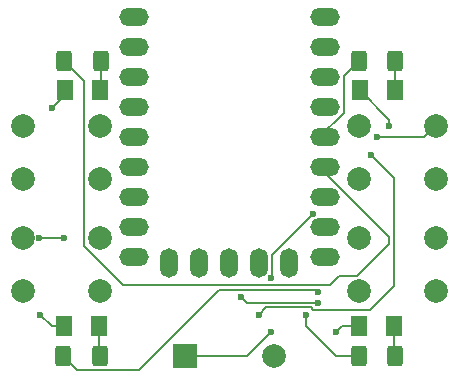
<source format=gbr>
%TF.GenerationSoftware,KiCad,Pcbnew,8.0.5*%
%TF.CreationDate,2024-10-14T18:41:00+02:00*%
%TF.ProjectId,pcb,7063622e-6b69-4636-9164-5f7063625858,rev?*%
%TF.SameCoordinates,Original*%
%TF.FileFunction,Copper,L1,Top*%
%TF.FilePolarity,Positive*%
%FSLAX46Y46*%
G04 Gerber Fmt 4.6, Leading zero omitted, Abs format (unit mm)*
G04 Created by KiCad (PCBNEW 8.0.5) date 2024-10-14 18:41:00*
%MOMM*%
%LPD*%
G01*
G04 APERTURE LIST*
G04 Aperture macros list*
%AMRoundRect*
0 Rectangle with rounded corners*
0 $1 Rounding radius*
0 $2 $3 $4 $5 $6 $7 $8 $9 X,Y pos of 4 corners*
0 Add a 4 corners polygon primitive as box body*
4,1,4,$2,$3,$4,$5,$6,$7,$8,$9,$2,$3,0*
0 Add four circle primitives for the rounded corners*
1,1,$1+$1,$2,$3*
1,1,$1+$1,$4,$5*
1,1,$1+$1,$6,$7*
1,1,$1+$1,$8,$9*
0 Add four rect primitives between the rounded corners*
20,1,$1+$1,$2,$3,$4,$5,0*
20,1,$1+$1,$4,$5,$6,$7,0*
20,1,$1+$1,$6,$7,$8,$9,0*
20,1,$1+$1,$8,$9,$2,$3,0*%
G04 Aperture macros list end*
%TA.AperFunction,SMDPad,CuDef*%
%ADD10RoundRect,0.250001X-0.462499X-0.624999X0.462499X-0.624999X0.462499X0.624999X-0.462499X0.624999X0*%
%TD*%
%TA.AperFunction,SMDPad,CuDef*%
%ADD11RoundRect,0.250000X-0.400000X-0.625000X0.400000X-0.625000X0.400000X0.625000X-0.400000X0.625000X0*%
%TD*%
%TA.AperFunction,ComponentPad*%
%ADD12C,2.000000*%
%TD*%
%TA.AperFunction,ComponentPad*%
%ADD13R,2.000000X2.000000*%
%TD*%
%TA.AperFunction,ComponentPad*%
%ADD14O,2.500000X1.500000*%
%TD*%
%TA.AperFunction,ComponentPad*%
%ADD15O,1.500000X2.500000*%
%TD*%
%TA.AperFunction,ViaPad*%
%ADD16C,0.600000*%
%TD*%
%TA.AperFunction,Conductor*%
%ADD17C,0.200000*%
%TD*%
G04 APERTURE END LIST*
D10*
%TO.P,BL1,1,K*%
%TO.N,GND*%
X136012500Y-60000000D03*
%TO.P,BL1,2,A*%
%TO.N,Net-(BL1-A)*%
X138987500Y-60000000D03*
%TD*%
D11*
%TO.P,R4,1*%
%TO.N,Net-(U1-2)*%
X160937500Y-62500000D03*
%TO.P,R4,2*%
%TO.N,Net-(BR1-A)*%
X164037500Y-62500000D03*
%TD*%
D10*
%TO.P,BR1,1,K*%
%TO.N,GND*%
X161000000Y-60000000D03*
%TO.P,BR1,2,A*%
%TO.N,Net-(BR1-A)*%
X163975000Y-60000000D03*
%TD*%
D11*
%TO.P,R1,1*%
%TO.N,Net-(U1-5)*%
X135987500Y-37500000D03*
%TO.P,R1,2*%
%TO.N,Net-(TL1-A)*%
X139087500Y-37500000D03*
%TD*%
D10*
%TO.P,TR1,1,K*%
%TO.N,GND*%
X161012500Y-40000000D03*
%TO.P,TR1,2,A*%
%TO.N,Net-(TR1-A)*%
X163987500Y-40000000D03*
%TD*%
D12*
%TO.P,SBR1,1,1*%
%TO.N,Net-(U1-12)*%
X161000000Y-52500000D03*
X167500000Y-52500000D03*
%TO.P,SBR1,2,2*%
%TO.N,GND*%
X161000000Y-57000000D03*
X167500000Y-57000000D03*
%TD*%
%TO.P,STL1,1,1*%
%TO.N,Net-(U1-11)*%
X132500000Y-43000000D03*
X139000000Y-43000000D03*
%TO.P,STL1,2,2*%
%TO.N,GND*%
X132500000Y-47500000D03*
X139000000Y-47500000D03*
%TD*%
D11*
%TO.P,R3,1*%
%TO.N,Net-(U1-3)*%
X135900000Y-62500000D03*
%TO.P,R3,2*%
%TO.N,Net-(BL1-A)*%
X139000000Y-62500000D03*
%TD*%
D12*
%TO.P,SBL1,1,1*%
%TO.N,Net-(U1-13)*%
X132500000Y-52500000D03*
X139000000Y-52500000D03*
%TO.P,SBL1,2,2*%
%TO.N,GND*%
X132500000Y-57000000D03*
X139000000Y-57000000D03*
%TD*%
%TO.P,STR1,1,1*%
%TO.N,Net-(U1-10)*%
X161000000Y-43000000D03*
X167500000Y-43000000D03*
%TO.P,STR1,2,2*%
%TO.N,GND*%
X161000000Y-47500000D03*
X167500000Y-47500000D03*
%TD*%
D13*
%TO.P,BZ1,1,+*%
%TO.N,Net-(BZ1-+)*%
X146200000Y-62500000D03*
D12*
%TO.P,BZ1,2,-*%
%TO.N,GND*%
X153800000Y-62500000D03*
%TD*%
D10*
%TO.P,TL1,1,K*%
%TO.N,GND*%
X136050000Y-40000000D03*
%TO.P,TL1,2,A*%
%TO.N,Net-(TL1-A)*%
X139025000Y-40000000D03*
%TD*%
D14*
%TO.P,U1,1,0*%
%TO.N,unconnected-(U1-0-Pad1)*%
X158120000Y-33840000D03*
%TO.P,U1,2,1*%
%TO.N,unconnected-(U1-1-Pad2)*%
X158120000Y-36380000D03*
%TO.P,U1,3,2*%
%TO.N,Net-(U1-2)*%
X158120000Y-38920000D03*
%TO.P,U1,4,3*%
%TO.N,Net-(U1-3)*%
X158120000Y-41460000D03*
%TO.P,U1,5,4*%
%TO.N,Net-(U1-4)*%
X158120000Y-44000000D03*
%TO.P,U1,6,5*%
%TO.N,Net-(U1-5)*%
X158120000Y-46540000D03*
%TO.P,U1,7,6*%
%TO.N,Net-(BZ1-+)*%
X158120000Y-49080000D03*
%TO.P,U1,8,7*%
%TO.N,unconnected-(U1-7-Pad8)*%
X158120000Y-51620000D03*
%TO.P,U1,9,8*%
%TO.N,unconnected-(U1-8-Pad9)*%
X158120000Y-54160000D03*
D15*
%TO.P,U1,10,9*%
%TO.N,unconnected-(U1-9-Pad10)*%
X155080000Y-54660000D03*
%TO.P,U1,11,10*%
%TO.N,Net-(U1-10)*%
X152540000Y-54660000D03*
%TO.P,U1,12,11*%
%TO.N,Net-(U1-11)*%
X150000000Y-54660000D03*
%TO.P,U1,13,12*%
%TO.N,Net-(U1-12)*%
X147460000Y-54660000D03*
%TO.P,U1,14,13*%
%TO.N,Net-(U1-13)*%
X144920000Y-54660000D03*
D14*
%TO.P,U1,15,14*%
%TO.N,unconnected-(U1-14-Pad15)*%
X141880000Y-54160000D03*
%TO.P,U1,16,15*%
%TO.N,unconnected-(U1-15-Pad16)*%
X141880000Y-51620000D03*
%TO.P,U1,17,26*%
%TO.N,unconnected-(U1-26-Pad17)*%
X141880000Y-49080000D03*
%TO.P,U1,18,27*%
%TO.N,unconnected-(U1-27-Pad18)*%
X141880000Y-46540000D03*
%TO.P,U1,19,28*%
%TO.N,unconnected-(U1-28-Pad19)*%
X141880000Y-44000000D03*
%TO.P,U1,20,29*%
%TO.N,unconnected-(U1-29-Pad20)*%
X141880000Y-41460000D03*
%TO.P,U1,21,3V3*%
%TO.N,unconnected-(U1-3V3-Pad21)*%
X141880000Y-38920000D03*
%TO.P,U1,22,GND*%
%TO.N,unconnected-(U1-GND-Pad22)*%
X141880000Y-36380000D03*
%TO.P,U1,23,5V*%
%TO.N,unconnected-(U1-5V-Pad23)*%
X141880000Y-33840000D03*
%TD*%
D11*
%TO.P,R2,1*%
%TO.N,Net-(U1-4)*%
X160950000Y-37500000D03*
%TO.P,R2,2*%
%TO.N,Net-(TR1-A)*%
X164050000Y-37500000D03*
%TD*%
D16*
%TO.N,GND*%
X135000000Y-41500000D03*
X159000000Y-60500000D03*
X163500000Y-43000000D03*
X134000000Y-59000000D03*
%TO.N,Net-(U1-3)*%
X157500000Y-57100000D03*
%TO.N,Net-(U1-2)*%
X156500000Y-59000000D03*
%TO.N,Net-(U1-13)*%
X136000000Y-52500000D03*
X133900000Y-52500000D03*
%TO.N,Net-(U1-12)*%
X157500000Y-58000000D03*
X151000000Y-57500000D03*
%TO.N,Net-(U1-10)*%
X152500000Y-59000000D03*
X162000000Y-45500000D03*
X162500000Y-44000000D03*
%TO.N,Net-(BZ1-+)*%
X153500000Y-60500000D03*
X153547423Y-55900001D03*
X157099999Y-50483294D03*
%TD*%
D17*
%TO.N,Net-(BL1-A)*%
X138987500Y-62487500D02*
X139000000Y-62500000D01*
X138987500Y-60000000D02*
X138987500Y-62487500D01*
%TO.N,GND*%
X136050000Y-40000000D02*
X136050000Y-40450000D01*
X135000000Y-60000000D02*
X134000000Y-59000000D01*
X136050000Y-40450000D02*
X135000000Y-41500000D01*
X163500000Y-42487500D02*
X163500000Y-43000000D01*
X161000000Y-60000000D02*
X159500000Y-60000000D01*
X136012500Y-60000000D02*
X135000000Y-60000000D01*
X161012500Y-40000000D02*
X163500000Y-42487500D01*
X159500000Y-60000000D02*
X159000000Y-60500000D01*
%TO.N,Net-(BR1-A)*%
X163975000Y-62437500D02*
X164037500Y-62500000D01*
X163975000Y-60000000D02*
X163975000Y-62437500D01*
%TO.N,Net-(TL1-A)*%
X139087500Y-39937500D02*
X139025000Y-40000000D01*
X139087500Y-37500000D02*
X139087500Y-39937500D01*
%TO.N,Net-(U1-5)*%
X135987500Y-37500000D02*
X137700000Y-39212500D01*
X163500000Y-53000000D02*
X163500000Y-52420000D01*
X141000000Y-56500000D02*
X158500000Y-56500000D01*
X137700000Y-39212500D02*
X137700000Y-53200000D01*
X159300000Y-55700000D02*
X160800000Y-55700000D01*
X158500000Y-56500000D02*
X159300000Y-55700000D01*
X137700000Y-53200000D02*
X141000000Y-56500000D01*
X163500000Y-52420000D02*
X157620000Y-46540000D01*
X160800000Y-55700000D02*
X163500000Y-53000000D01*
%TO.N,Net-(U1-4)*%
X160950000Y-37500000D02*
X159670000Y-38780000D01*
X159670000Y-38780000D02*
X159670000Y-41950000D01*
X159670000Y-41950000D02*
X157620000Y-44000000D01*
%TO.N,Net-(TR1-A)*%
X164050000Y-37500000D02*
X164050000Y-39937500D01*
X164050000Y-39937500D02*
X163987500Y-40000000D01*
%TO.N,Net-(U1-3)*%
X157300000Y-56900000D02*
X157500000Y-57100000D01*
X135900000Y-62500000D02*
X137075000Y-63675000D01*
X149100000Y-56900000D02*
X157300000Y-56900000D01*
X142325000Y-63675000D02*
X149100000Y-56900000D01*
X137075000Y-63675000D02*
X142325000Y-63675000D01*
%TO.N,Net-(U1-2)*%
X156500000Y-59000000D02*
X156500000Y-60000000D01*
X159000000Y-62500000D02*
X160937500Y-62500000D01*
X156500000Y-60000000D02*
X159000000Y-62500000D01*
%TO.N,Net-(U1-13)*%
X133900000Y-52500000D02*
X136000000Y-52500000D01*
%TO.N,Net-(U1-12)*%
X157500000Y-58000000D02*
X151500000Y-58000000D01*
X151500000Y-58000000D02*
X151000000Y-57500000D01*
%TO.N,Net-(U1-10)*%
X162500000Y-44000000D02*
X166500000Y-44000000D01*
X156900000Y-58400000D02*
X153100000Y-58400000D01*
X162000000Y-45500000D02*
X163900000Y-47400000D01*
X157100000Y-58600000D02*
X156900000Y-58400000D01*
X153100000Y-58400000D02*
X152500000Y-59000000D01*
X161900000Y-58600000D02*
X157100000Y-58600000D01*
X163900000Y-47400000D02*
X163900000Y-56600000D01*
X166500000Y-44000000D02*
X167500000Y-43000000D01*
X163900000Y-56600000D02*
X161900000Y-58600000D01*
%TO.N,Net-(BZ1-+)*%
X157099999Y-50483294D02*
X153590000Y-53993293D01*
X151500000Y-62500000D02*
X146200000Y-62500000D01*
X153500000Y-60500000D02*
X151500000Y-62500000D01*
X153590000Y-53993293D02*
X153590000Y-55857424D01*
X153590000Y-55857424D02*
X153547423Y-55900001D01*
%TD*%
M02*

</source>
